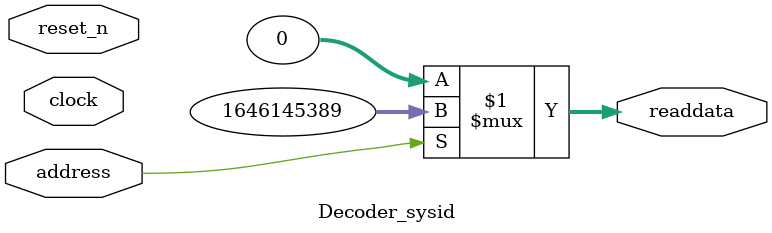
<source format=v>

`timescale 1ns / 1ps
// synthesis translate_on

// turn off superfluous verilog processor warnings 
// altera message_level Level1 
// altera message_off 10034 10035 10036 10037 10230 10240 10030 

module Decoder_sysid (
               // inputs:
                address,
                clock,
                reset_n,

               // outputs:
                readdata
             )
;

  output  [ 31: 0] readdata;
  input            address;
  input            clock;
  input            reset_n;

  wire    [ 31: 0] readdata;
  //control_slave, which is an e_avalon_slave
  assign readdata = address ? 1646145389 : 0;

endmodule




</source>
